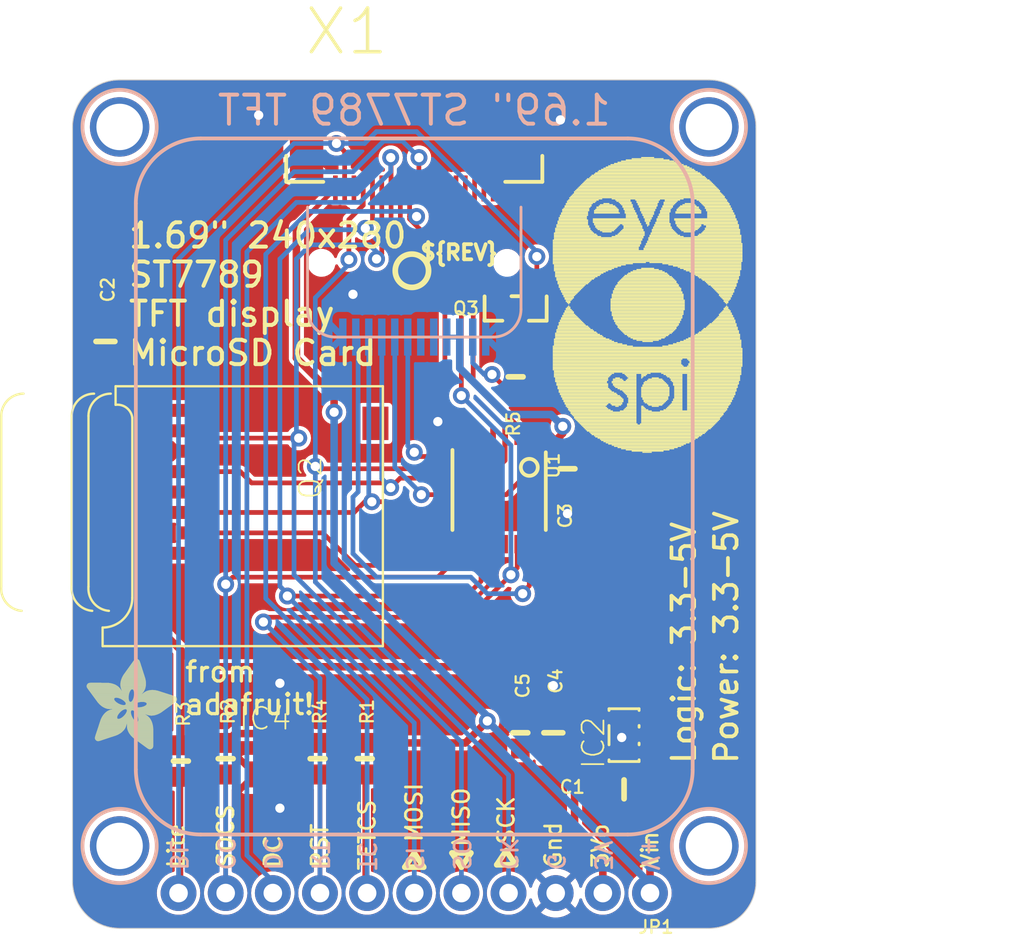
<source format=kicad_pcb>
(kicad_pcb (version 20221018) (generator pcbnew)
  (layers (0 "F.Cu" signal) (1 "In1.Cu" signal) (2 "In2.Cu" signal) (3 "In3.Cu" signal) (4 "In4.Cu" signal) (5 "In5.Cu" signal) (6 "In6.Cu" signal) (7 "In7.Cu" signal) (8 "In8.Cu" signal) (9 "In9.Cu" signal) (10 "In10.Cu" signal) (11 "In11.Cu" signal) (12 "In12.Cu" signal) (13 "In13.Cu" signal) (14 "In14.Cu" signal) (31 "B.Cu" signal) (34 "B.Paste" user) (35 "F.Paste" user) (36 "B.SilkS" user "B.Silkscreen") (37 "F.SilkS" user "F.Silkscreen") (38 "B.Mask" user) (39 "F.Mask" user) (44 "Edge.Cuts" user))
  (net 0 "")
  (net 1 "GND")
  (net 2 "SCK")
  (net 3 "SCK_3V")
  (net 4 "MOSI")
  (net 5 "MOSI_3V")
  (net 6 "MISO")
  (net 7 "+3V3")
  (net 8 "CARDCS")
  (net 9 "CARDCS_3V")
  (net 10 "LEDK")
  (net 11 "LITE")
  (net 12 "TFTDC")
  (net 13 "TFTDC_3V")
  (net 14 "TFTCS_3V")
  (net 15 "TFTCS")
  (net 16 "VIN")
  (net 17 "TFTRST_3V")
  (net 18 "TFTRST")
  (net 19 "N$1")
  (footprint "working:EYE_SPI_DISPLAY_BOTCONTACT" (layer "F.Cu") (at 148.5011 85.3186)
    (fp_text reference "X1")
    (fp_text value "EYE_SPI_DISPLAY_FLIP")
  )
  (footprint "working:0603-NO" (layer "F.Cu") (at 145.8341 118.7196 90)
    (fp_text reference "R1")
    (fp_text value "10K")
  )
  (footprint "working:SOT23-WIDE" (layer "F.Cu") (at 153.9621 94.4626 180)
    (fp_text reference "Q3")
    (fp_text value "BSS138")
  )
  (footprint "working:ADAFRUIT_5MM" (layer "F.Cu") (at 130.8481 118.2116)
    (fp_text reference "U$1" hide)
    (fp_text value "" hide)
  )
  (footprint "working:0603-NO" (layer "F.Cu") (at 135.9281 118.8466 90)
    (fp_text reference "R3")
    (fp_text value "10K")
  )
  (footprint "working:0805-NO" (layer "F.Cu") (at 155.9941 117.3226 90)
    (fp_text reference "C4")
    (fp_text value "10uF")
  )
  (footprint "working:EYESPI_LOGO" (layer "F.Cu") (at 155.8671 102.4636)
    (fp_text reference "U$19" hide)
    (fp_text value "" hide)
  )
  (footprint "working:SOT23" (layer "F.Cu") (at 140.8811 118.4656)
    (fp_text reference "IC4")
    (fp_text value "APX803-SAG")
  )
  (footprint "working:0603-NO" (layer "F.Cu") (at 138.3411 118.7196 90)
    (fp_text reference "R2")
    (fp_text value "10K")
  )
  (footprint "working:0805-NO" (layer "F.Cu") (at 131.8641 96.2406 90)
    (fp_text reference "C2")
    (fp_text value "10uF")
  )
  (footprint "working:0805-NO" (layer "F.Cu") (at 159.8041 120.3706 180)
    (fp_text reference "C1")
    (fp_text value "10uF")
  )
  (footprint "working:SOT23-5L" (layer "F.Cu") (at 159.8041 117.4496 90)
    (fp_text reference "IC2")
    (fp_text value "AP2112")
  )
  (footprint "working:PCBFEAT-REV-040" (layer "F.Cu") (at 148.3741 92.4306 180)
    (fp_text reference "U$2" hide)
    (fp_text value "" hide)
  )
  (footprint "working:FIDUCIAL_1MM" (layer "F.Cu") (at 160.1851 84.4296 -90)
    (fp_text reference "U$4" hide)
    (fp_text value "FIDUCIAL_1MM" hide)
  )
  (footprint "working:FIDUCIAL_1MM" (layer "F.Cu") (at 132.2451 119.3546)
    (fp_text reference "U$5" hide)
    (fp_text value "FIDUCIAL_1MM" hide)
  )
  (footprint "working:TSSOP16" (layer "F.Cu") (at 153.0731 104.2416 180)
    (fp_text reference "U1")
    (fp_text value "74HC4050PWR")
  )
  (footprint "working:0603-NO" (layer "F.Cu") (at 156.7561 103.0986 -90)
    (fp_text reference "C3")
    (fp_text value "0.1uF")
  )
  (footprint "working:0603-NO" (layer "F.Cu") (at 154.2161 117.3226 90)
    (fp_text reference "C5")
    (fp_text value "0.1uF")
  )
  (footprint "working:0603-NO" (layer "F.Cu") (at 143.2941 118.7196 90)
    (fp_text reference "R4")
    (fp_text value "10K")
  )
  (footprint "working:0603-NO" (layer "F.Cu") (at 153.9621 98.1456 -90)
    (fp_text reference "R5")
    (fp_text value "10")
  )
  (footprint "working:MICROSD" (layer "F.Cu") (at 146.8501 98.6536 -90)
    (fp_text reference "Q2")
    (fp_text value "MICROSD" hide)
  )
  (footprint "working:1X11_ROUND_76" (layer "F.Cu") (at 148.5011 125.9586 180)
    (fp_text reference "JP1")
    (fp_text value "")
  )
  (footprint "working:MOUNTINGHOLE_2.5_PLATED" (layer "B.Cu") (at 132.6261 84.6836 -90)
    (fp_text reference "U$8" hide)
    (fp_text value "MOUNTINGHOLE2.5" hide)
  )
  (footprint "working:MOUNTINGHOLE_2.5_PLATED" (layer "B.Cu") (at 132.6261 123.4186 -90)
    (fp_text reference "U$10" hide)
    (fp_text value "MOUNTINGHOLE2.5" hide)
  )
  (footprint "working:MOUNTINGHOLE_2.5_PLATED" (layer "B.Cu") (at 164.3761 123.4186 -90)
    (fp_text reference "U$9" hide)
    (fp_text value "MOUNTINGHOLE2.5" hide)
  )
  (footprint "working:TFT_1.69IN_240X280_12P" (layer "B.Cu") (at 148.5011 105.0036)
    (fp_text reference "DISP1" hide)
    (fp_text value "DISP_LCD_GENERIC_SPI_1.69_WRAPUNDER" hide)
  )
  (footprint "working:MOUNTINGHOLE_2.5_PLATED" (layer "B.Cu") (at 164.3761 84.6836 -90)
    (fp_text reference "U$7" hide)
    (fp_text value "MOUNTINGHOLE2.5" hide)
  )
  (gr_line (start 153.9621 124.4346) (end 152.9461 124.4346) (stroke (width 0.3048)) (layer "F.SilkS"))
  (gr_line (start 152.9461 124.4346) (end 153.4541 123.6726) (stroke (width 0.3048)) (layer "F.SilkS"))
  (gr_line (start 150.5331 123.7996) (end 151.0411 124.5616) (stroke (width 0.3048)) (layer "F.SilkS"))
  (gr_line (start 149.0091 124.5616) (end 147.9931 124.5616) (stroke (width 0.3048)) (layer "F.SilkS"))
  (gr_line (start 151.5491 123.7996) (end 150.5331 123.7996) (stroke (width 0.3048)) (layer "F.SilkS"))
  (gr_line (start 153.4541 123.6726) (end 153.9621 124.4346) (stroke (width 0.3048)) (layer "F.SilkS"))
  (gr_line (start 151.0411 124.5616) (end 151.5491 123.7996) (stroke (width 0.3048)) (layer "F.SilkS"))
  (gr_line (start 148.5011 123.7996) (end 149.0091 124.5616) (stroke (width 0.3048)) (layer "F.SilkS"))
  (gr_line (start 147.9931 124.5616) (end 148.5011 123.7996) (stroke (width 0.3048)) (layer "F.SilkS"))
  (gr_line (start 166.9161 125.3236) (end 166.9161 84.6836) (stroke (width 0.05)) (layer "Edge.Cuts"))
  (gr_line (start 164.3761 82.1436) (end 132.6261 82.1436) (stroke (width 0.05)) (layer "Edge.Cuts"))
  (gr_line (start 130.0861 84.6836) (end 130.0861 125.3236) (stroke (width 0.05)) (layer "Edge.Cuts"))
  (gr_arc (start 164.3761 82.1436) (mid 166.172151 82.887549) (end 166.9161 84.6836) (stroke (width 0.05)) (layer "Edge.Cuts"))
  (gr_line (start 132.6261 127.8636) (end 164.3761 127.8636) (stroke (width 0.05)) (layer "Edge.Cuts"))
  (gr_arc (start 132.6261 127.8636) (mid 130.830049 127.119651) (end 130.0861 125.3236) (stroke (width 0.05)) (layer "Edge.Cuts"))
  (gr_arc (start 130.0861 84.6836) (mid 130.830049 82.887549) (end 132.6261 82.1436) (stroke (width 0.05)) (layer "Edge.Cuts"))
  (gr_arc (start 166.9161 125.3236) (mid 166.172151 127.119651) (end 164.3761 127.8636) (stroke (width 0.05)) (layer "Edge.Cuts"))
  (gr_text "BL" (at 135.8011 124.8156 -90) (layer "B.SilkS") (effects (font (size 0.87376 0.87376) (thickness 0.14224)) (justify left mirror)))
  (gr_text "RT" (at 143.4211 124.8156 -90) (layer "B.SilkS") (effects (font (size 0.87376 0.87376) (thickness 0.14224)) (justify left mirror)))
  (gr_text "CK" (at 153.5811 124.8156 -90) (layer "B.SilkS") (effects (font (size 0.87376 0.87376) (thickness 0.14224)) (justify left mirror)))
  (gr_text "CC" (at 138.3411 124.8156 -90) (layer "B.SilkS") (effects (font (size 0.87376 0.87376) (thickness 0.14224)) (justify left mirror)))
  (gr_text "SO" (at 151.0411 124.8156 -90) (layer "B.SilkS") (effects (font (size 0.87376 0.87376) (thickness 0.14224)) (justify left mirror)))
  (gr_text "DC" (at 140.8811 124.8156 -90) (layer "B.SilkS") (effects (font (size 0.87376 0.87376) (thickness 0.14224)) (justify left mirror)))
  (gr_text "G" (at 156.1211 124.8156 -90) (layer "B.SilkS") (effects (font (size 0.87376 0.87376) (thickness 0.14224)) (justify left mirror)))
  (gr_text "V+" (at 161.2011 124.8156 -90) (layer "B.SilkS") (effects (font (size 0.87376 0.87376) (thickness 0.14224)) (justify left mirror)))
  (gr_text "3V" (at 158.6611 124.8156 -90) (layer "B.SilkS") (effects (font (size 0.87376 0.87376) (thickness 0.14224)) (justify left mirror)))
  (gr_text "SI" (at 148.5011 124.8156 -90) (layer "B.SilkS") (effects (font (size 0.87376 0.87376) (thickness 0.14224)) (justify left mirror)))
  (gr_text "1.69\" ST7789 TFT" (at 148.5011 83.7946) (layer "B.SilkS") (effects (font (size 1.56464 1.56464) (thickness 0.21336)) (justify mirror)))
  (gr_text "TC" (at 145.9611 124.8156 -90) (layer "B.SilkS") (effects (font (size 0.87376 0.87376) (thickness 0.14224)) (justify left mirror)))
  (gr_text "from\nadafruit!" (at 136.0551 116.4336) (layer "F.SilkS") (effects (font (size 1.0922 1.0922) (thickness 0.1778)) (justify left bottom)))
  (gr_text "MOSI" (at 149.0091 123.2916 90) (layer "F.SilkS") (effects (font (size 0.87376 0.87376) (thickness 0.14224)) (justify left bottom)))
  (gr_text "1.69\" 240x280\nST7789\nTFT display\nMicroSD Card" (at 133.0071 93.7006) (layer "F.SilkS") (effects (font (size 1.31064 1.31064) (thickness 0.21336)) (justify left)))
  (gr_text "3Vo" (at 159.0421 124.6886 90) (layer "F.SilkS") (effects (font (size 0.87376 0.87376) (thickness 0.14224)) (justify left bottom)))
  (gr_text "Power: 3.3-5V" (at 166.0271 119.1006 90) (layer "F.SilkS") (effects (font (size 1.223264 1.223264) (thickness 0.199136)) (justify left bottom)))
  (gr_text "MISO" (at 151.5491 123.5456 90) (layer "F.SilkS") (effects (font (size 0.87376 0.87376) (thickness 0.14224)) (justify left bottom)))
  (gr_text "RST" (at 143.9291 124.6886 90) (layer "F.SilkS") (effects (font (size 0.87376 0.87376) (thickness 0.14224)) (justify left bottom)))
  (gr_text "SDCS" (at 138.3411 124.6886 90) (layer "F.SilkS") (effects (font (size 0.87376 0.87376) (thickness 0.14224)) (justify left)))
  (gr_text "Logic: 3.3-5V" (at 163.7411 119.1006 90) (layer "F.SilkS") (effects (font (size 1.223264 1.223264) (thickness 0.199136)) (justify left bottom)))
  (gr_text "DC" (at 141.3891 124.6886 90) (layer "F.SilkS") (effects (font (size 0.87376 0.87376) (thickness 0.14224)) (justify left bottom)))
  (gr_text "TFTCS" (at 145.4531 124.8156 90) (layer "F.SilkS") (effects (font (size 0.87376 0.87376) (thickness 0.14224)) (justify left top)))
  (gr_text "Gnd" (at 156.5021 124.6886 90) (layer "F.SilkS") (effects (font (size 0.87376 0.87376) (thickness 0.14224)) (justify left bottom)))
  (gr_text "Vin" (at 161.7091 124.6886 90) (layer "F.SilkS") (effects (font (size 0.87376 0.87376) (thickness 0.14224)) (justify left bottom)))
  (gr_text "Lite" (at 136.1821 124.6886 90) (layer "F.SilkS") (effects (font (size 0.87376 0.87376) (thickness 0.14224)) (justify left bottom)))
  (gr_text "SCK" (at 153.9621 123.4186 90) (layer "F.SilkS") (effects (font (size 0.87376 0.87376) (thickness 0.14224)) (justify left bottom)))
  (via (at 141.2621 114.6556) (size 0.9064) (drill 0.5) (layers "F.Cu" "B.Cu") (net 1))
  (via (at 159.6771 117.5766) (size 0.9064) (drill 0.5) (layers "F.Cu" "B.Cu") (net 1))
  (via (at 149.7711 100.5586) (size 0.9064) (drill 0.5) (layers "F.Cu" "B.Cu") (net 1))
  (via (at 156.7561 105.5116) (size 0.9064) (drill 0.5) (layers "F.Cu" "B.Cu") (net 1))
  (via (at 140.1191 84.0486) (size 0.9064) (drill 0.5) (layers "F.Cu" "B.Cu") (net 1))
  (via (at 141.2621 121.3866) (size 0.9064) (drill 0.5) (layers "F.Cu" "B.Cu") (net 1))
  (via (at 156.3751 84.3026) (size 0.9064) (drill 0.5) (layers "F.Cu" "B.Cu") (net 1))
  (via (at 155.9941 114.7826) (size 0.9064) (drill 0.5) (layers "F.Cu" "B.Cu") (net 1))
  (via (at 145.1991 93.7006) (size 0.9064) (drill 0.5) (layers "F.Cu" "B.Cu") (net 1))
  (segment (start 152.7481 101.3238) (end 152.7481 102.6362) (width 0.254) (layer "F.Cu") (net 2))
  (segment (start 145.7511 88.901625) (end 145.7511 87.9966) (width 0.254) (layer "F.Cu") (net 2))
  (segment (start 145.7511 88.901625) (end 144.9785 89.674225) (width 0.254) (layer "F.Cu") (net 2))
  (segment (start 143.2981 103.0986) (end 143.1711 102.9716) (width 0.254) (layer "F.Cu") (net 2))
  (segment (start 152.7481 102.6362) (end 152.2857 103.0986) (width 0.254) (layer "F.Cu") (net 2))
  (segment (start 152.2857 103.0986) (end 143.2981 103.0986) (width 0.254) (layer "F.Cu") (net 2))
  (segment (start 144.9785 91.833225) (end 144.9785 89.674225) (width 0.254) (layer "F.Cu") (net 2))
  (via (at 143.1711 102.9716) (size 0.9064) (drill 0.5) (layers "F.Cu" "B.Cu") (net 2))
  (via (at 144.9785 91.833225) (size 0.9064) (drill 0.5) (layers "F.Cu" "B.Cu") (net 2))
  (segment (start 143.1711 102.9716) (end 143.1711 109.1986) (width 0.254) (layer "B.Cu") (net 2))
  (segment (start 143.1711 102.9716) (end 143.1711 93.883863) (width 0.254) (layer "B.Cu") (net 2))
  (segment (start 143.1711 93.883863) (end 144.9785 92.076463) (width 0.254) (layer "B.Cu") (net 2))
  (segment (start 144.9785 92.076463) (end 144.9785 91.833225) (width 0.254) (layer "B.Cu") (net 2))
  (segment (start 143.1711 109.1986) (end 153.5811 119.6086) (width 0.254) (layer "B.Cu") (net 2))
  (segment (start 153.5811 119.6086) (end 153.5811 125.9586) (width 0.254) (layer "B.Cu") (net 2))
  (segment (start 152.4381 103.6066) (end 147.7391 103.6066) (width 0.254) (layer "F.Cu") (net 3))
  (segment (start 139.7381 103.8606) (end 139.1311 103.2536) (width 0.254) (layer "F.Cu") (net 3))
  (segment (start 147.2311 104.1146) (end 147.7391 103.6066) (width 0.254) (layer "F.Cu") (net 3))
  (segment (start 153.3981 102.6466) (end 152.4381 103.6066) (width 0.254) (layer "F.Cu") (net 3))
  (segment (start 153.3981 101.3238) (end 153.3981 102.6466) (width 0.254) (layer "F.Cu") (net 3))
  (segment (start 147.2311 104.1146) (end 146.9771 103.8606) (width 0.254) (layer "F.Cu") (net 3))
  (segment (start 136.2101 103.2536) (end 139.1311 103.2536) (width 0.254) (layer "F.Cu") (net 3))
  (segment (start 146.9771 103.8606) (end 139.7381 103.8606) (width 0.254) (layer "F.Cu") (net 3))
  (via (at 147.2311 104.1146) (size 0.9064) (drill 0.5) (layers "F.Cu" "B.Cu") (net 3))
  (segment (start 146.7511 103.6346) (end 147.2311 104.1146) (width 0.254) (layer "B.Cu") (net 3))
  (segment (start 146.7511 96.0036) (end 146.7511 103.6346) (width 0.254) (layer "B.Cu") (net 3))
  (segment (start 146.2511 89.7596) (end 146.2511 87.9966) (width 0.254) (layer "F.Cu") (net 4))
  (segment (start 146.2511 89.7596) (end 145.8661 90.1446) (width 0.254) (layer "F.Cu") (net 4))
  (segment (start 151.2951 109.9566) (end 141.6645 109.9566) (width 0.254) (layer "F.Cu") (net 4))
  (segment (start 152.0981 109.1536) (end 151.2951 109.9566) (width 0.254) (layer "F.Cu") (net 4))
  (segment (start 152.0981 107.1594) (end 152.0981 109.1536) (width 0.254) (layer "F.Cu") (net 4))
  (via (at 145.8661 90.1446) (size 0.9064) (drill 0.5) (layers "F.Cu" "B.Cu") (net 4))
  (via (at 141.6645 109.9566) (size 0.9064) (drill 0.5) (layers "F.Cu" "B.Cu") (net 4))
  (segment (start 145.7899 90.2208) (end 142.8369 90.2208) (width 0.254) (layer "B.Cu") (net 4))
  (segment (start 141.6645 109.8296) (end 141.2621 109.4272) (width 0.254) (layer "B.Cu") (net 4))
  (segment (start 141.6645 109.9566) (end 148.5011 116.7932) (width 0.254) (layer "B.Cu") (net 4))
  (segment (start 145.8661 90.1446) (end 145.7899 90.2208) (width 0.254) (layer "B.Cu") (net 4))
  (segment (start 141.6645 109.9566) (end 141.6645 109.8296) (width 0.254) (layer "B.Cu") (net 4))
  (segment (start 141.2621 109.4272) (end 141.2621 91.7956) (width 0.254) (layer "B.Cu") (net 4))
  (segment (start 148.5011 116.7932) (end 148.5011 125.9586) (width 0.254) (layer "B.Cu") (net 4))
  (segment (start 141.2621 91.7956) (end 142.8369 90.2208) (width 0.254) (layer "B.Cu") (net 4))
  (segment (start 152.0571 105.3846) (end 147.4851 105.3846) (width 0.254) (layer "F.Cu") (net 5))
  (segment (start 152.7481 106.0756) (end 152.7481 107.1594) (width 0.254) (layer "F.Cu") (net 5))
  (segment (start 147.4851 105.3846) (end 146.9771 104.8766) (width 0.254) (layer "F.Cu") (net 5))
  (segment (start 145.2571 105.4536) (end 145.8341 104.8766) (width 0.254) (layer "F.Cu") (net 5))
  (segment (start 145.8341 104.8766) (end 146.2151 104.8766) (width 0.254) (layer "F.Cu") (net 5))
  (segment (start 136.2101 105.4536) (end 145.2571 105.4536) (width 0.254) (layer "F.Cu") (net 5))
  (segment (start 152.0571 105.3846) (end 152.7481 106.0756) (width 0.254) (layer "F.Cu") (net 5))
  (segment (start 146.2151 104.8766) (end 146.9771 104.8766) (width 0.254) (layer "F.Cu") (net 5))
  (via (at 146.2151 104.8766) (size 0.9064) (drill 0.5) (layers "F.Cu" "B.Cu") (net 5))
  (segment (start 146.0511 96.0036) (end 146.0511 104.7126) (width 0.254) (layer "B.Cu") (net 5))
  (segment (start 146.2151 104.8766) (end 146.0511 104.7126) (width 0.254) (layer "B.Cu") (net 5))
  (segment (start 136.6041 101.4476) (end 136.2101 101.0536) (width 0.254) (layer "F.Cu") (net 6))
  (segment (start 146.7511 87.9966) (end 146.7511 91.5136) (width 0.254) (layer "F.Cu") (net 6))
  (segment (start 142.2781 101.4476) (end 136.6041 101.4476) (width 0.254) (layer "F.Cu") (net 6))
  (segment (start 146.7511 91.5136) (end 146.4691 91.7956) (width 0.254) (layer "F.Cu") (net 6))
  (via (at 142.2781 101.4476) (size 0.9064) (drill 0.5) (layers "F.Cu" "B.Cu") (net 6))
  (via (at 146.4691 91.7956) (size 0.9064) (drill 0.5) (layers "F.Cu" "B.Cu") (net 6))
  (segment (start 142.1511 91.7956) (end 142.1511 101.3206) (width 0.254) (layer "B.Cu") (net 6))
  (segment (start 142.2781 101.4476) (end 142.0241 101.7016) (width 0.254) (layer "B.Cu") (net 6))
  (segment (start 146.4691 91.4146) (end 146.0881 91.0336) (width 0.254) (layer "B.Cu") (net 6))
  (segment (start 146.4691 91.7956) (end 146.4691 91.4146) (width 0.254) (layer "B.Cu") (net 6))
  (segment (start 142.0241 108.8136) (end 151.0411 117.8306) (width 0.254) (layer "B.Cu") (net 6))
  (segment (start 142.9131 91.0336) (end 142.1511 91.7956) (width 0.254) (layer "B.Cu") (net 6))
  (segment (start 142.0241 101.7016) (end 142.0241 108.8136) (width 0.254) (layer "B.Cu") (net 6))
  (segment (start 142.1511 101.3206) (end 142.2781 101.4476) (width 0.254) (layer "B.Cu") (net 6))
  (segment (start 151.0411 117.8306) (end 151.0411 125.9586) (width 0.254) (layer "B.Cu") (net 6))
  (segment (start 146.0881 91.0336) (end 142.9131 91.0336) (width 0.254) (layer "B.Cu") (net 6))
  (segment (start 158.6611 123.9266) (end 157.1371 122.4026) (width 0.4064) (layer "F.Cu") (net 7))
  (segment (start 157.7721 113.3856) (end 157.7721 102.5906) (width 0.4064) (layer "F.Cu") (net 7))
  (segment (start 157.2641 113.7666) (end 136.8171 113.7666) (width 0.4064) (layer "F.Cu") (net 7))
  (segment (start 135.0241 104.3536) (end 135.8101 104.3536) (width 0.4064) (layer "F.Cu") (net 7))
  (segment (start 157.4301 102.2486) (end 156.7561 102.2486) (width 0.4064) (layer "F.Cu") (net 7))
  (segment (start 155.9941 118.2726) (end 157.1371 118.2726) (width 0.4064) (layer "F.Cu") (net 7))
  (segment (start 155.8313 101.3238) (end 156.1016 101.5941) (width 0.4064) (layer "F.Cu") (net 7))
  (segment (start 157.2641 113.7666) (end 157.3911 113.8936) (width 0.254) (layer "F.Cu") (net 7))
  (segment (start 133.7691 110.7186) (end 133.7691 103.0986) (width 0.4064) (layer "F.Cu") (net 7))
  (segment (start 155.8941 118.1726) (end 155.9941 118.2726) (width 0.254) (layer "F.Cu") (net 7))
  (segment (start 158.3771 118.2726) (end 158.5041 118.3996) (width 0.254) (layer "F.Cu") (net 7))
  (segment (start 157.1371 118.2726) (end 157.3911 118.2726) (width 0.4064) (layer "F.Cu") (net 7))
  (segment (start 154.2161 118.1726) (end 155.8941 118.1726) (width 0.4064) (layer "F.Cu") (net 7))
  (segment (start 136.8171 113.7666) (end 135.9281 112.8776) (width 0.4064) (layer "F.Cu") (net 7))
  (segment (start 155.3481 101.3238) (end 155.8313 101.3238) (width 0.4064) (layer "F.Cu") (net 7))
  (segment (start 157.1371 118.2726) (end 157.1371 122.4026) (width 0.4064) (layer "F.Cu") (net 7))
  (segment (start 133.7691 103.0376) (end 133.7691 103.0986) (width 0.4064) (layer "F.Cu") (net 7))
  (segment (start 157.7721 102.5906) (end 157.4301 102.2486) (width 0.4064) (layer "F.Cu") (net 7))
  (segment (start 135.9281 117.9966) (end 135.9281 112.8776) (width 0.4064) (layer "F.Cu") (net 7))
  (segment (start 133.7691 103.0376) (end 131.8641 101.1326) (width 0.4064) (layer "F.Cu") (net 7))
  (segment (start 157.3911 113.7666) (end 157.7721 113.3856) (width 0.4064) (layer "F.Cu") (net 7))
  (segment (start 157.3911 113.8936) (end 157.3911 113.7666) (width 0.254) (layer "F.Cu") (net 7))
  (segment (start 133.7691 103.0986) (end 135.0241 104.3536) (width 0.4064) (layer "F.Cu") (net 7))
  (segment (start 157.3911 118.2726) (end 158.3771 118.2726) (width 0.4064) (layer "F.Cu") (net 7))
  (segment (start 156.1016 101.5941) (end 156.7561 102.2486) (width 0.4064) (layer "F.Cu") (net 7))
  (segment (start 158.6611 123.9266) (end 158.6611 125.9586) (width 0.4064) (layer "F.Cu") (net 7))
  (segment (start 156.5021 101.1936) (end 156.1016 101.5941) (width 0.4064) (layer "F.Cu") (net 7))
  (segment (start 131.8641 97.1906) (end 131.8641 101.1326) (width 0.4064) (layer "F.Cu") (net 7))
  (segment (start 156.5021 100.8126) (end 156.5021 101.1936) (width 0.254) (layer "F.Cu") (net 7))
  (segment (start 135.9281 112.8776) (end 133.7691 110.7186) (width 0.4064) (layer "F.Cu") (net 7))
  (segment (start 157.3911 118.2726) (end 157.3911 113.8936) (width 0.4064) (layer "F.Cu") (net 7))
  (via (at 156.5021 100.8126) (size 0.9064) (drill 0.5) (layers "F.Cu" "B.Cu") (net 7))
  (segment (start 155.8671 100.1776) (end 156.5021 100.8126) (width 0.4064) (layer "B.Cu") (net 7))
  (segment (start 150.9511 97.6746) (end 150.9511 96.0036) (width 0.4064) (layer "B.Cu") (net 7))
  (segment (start 153.4541 100.1776) (end 150.9511 97.6746) (width 0.4064) (layer "B.Cu") (net 7))
  (segment (start 150.9511 96.0036) (end 150.2511 96.0036) (width 0.254) (layer "B.Cu") (net 7))
  (segment (start 155.8671 100.1776) (end 153.4541 100.1776) (width 0.4064) (layer "B.Cu") (net 7))
  (segment (start 150.7981 107.9136) (end 149.7711 108.9406) (width 0.254) (layer "F.Cu") (net 8))
  (segment (start 150.7981 107.1594) (end 150.7981 107.9136) (width 0.254) (layer "F.Cu") (net 8))
  (segment (start 149.7711 108.9406) (end 138.7221 108.9406) (width 0.254) (layer "F.Cu") (net 8))
  (segment (start 148.7551 86.3346) (end 148.7511 86.3386) (width 0.254) (layer "F.Cu") (net 8))
  (segment (start 138.3411 125.9586) (end 138.3411 119.5696) (width 0.254) (layer "F.Cu") (net 8))
  (segment (start 148.7511 86.3386) (end 148.7511 87.9966) (width 0.254) (layer "F.Cu") (net 8))
  (segment (start 138.7221 108.9406) (end 138.3411 109.3216) (width 0.254) (layer "F.Cu") (net 8))
  (via (at 138.3411 109.3216) (size 0.9064) (drill 0.5) (layers "F.Cu" "B.Cu") (net 8))
  (via (at 148.7551 86.3346) (size 0.9064) (drill 0.5) (layers "F.Cu" "B.Cu") (net 8))
  (segment (start 147.8661 85.4456) (end 146.8501 85.4456) (width 0.254) (layer "B.Cu") (net 8))
  (segment (start 138.3411 109.3216) (end 138.3411 90.7796) (width 0.254) (layer "B.Cu") (net 8))
  (segment (start 142.0241 87.0966) (end 145.1991 87.0966) (width 0.254) (layer "B.Cu") (net 8))
  (segment (start 145.1991 87.0966) (end 146.8501 85.4456) (width 0.254) (layer "B.Cu") (net 8))
  (segment (start 138.3411 109.3216) (end 138.3411 125.9586) (width 0.254) (layer "B.Cu") (net 8))
  (segment (start 147.8661 85.4456) (end 148.7551 86.3346) (width 0.254) (layer "B.Cu") (net 8))
  (segment (start 138.3411 90.7796) (end 142.0241 87.0966) (width 0.254) (layer "B.Cu") (net 8))
  (segment (start 151.4481 106.4266) (end 151.4481 107.1594) (width 0.254) (layer "F.Cu") (net 9))
  (segment (start 150.2791 106.0196) (end 151.0411 106.0196) (width 0.254) (layer "F.Cu") (net 9))
  (segment (start 143.5741 106.5536) (end 145.3261 108.3056) (width 0.254) (layer "F.Cu") (net 9))
  (segment (start 149.8981 106.4006) (end 150.2791 106.0196) (width 0.254) (layer "F.Cu") (net 9))
  (segment (start 149.1361 108.3056) (end 149.8981 107.5436) (width 0.254) (layer "F.Cu") (net 9))
  (segment (start 136.6101 106.5536) (end 143.5741 106.5536) (width 0.254) (layer "F.Cu") (net 9))
  (segment (start 145.3261 108.3056) (end 149.1361 108.3056) (width 0.254) (layer "F.Cu") (net 9))
  (segment (start 151.0411 106.0196) (end 151.4481 106.4266) (width 0.254) (layer "F.Cu") (net 9))
  (segment (start 149.8981 107.5436) (end 149.8981 106.4006) (width 0.254) (layer "F.Cu") (net 9))
  (segment (start 153.9621 98.9956) (end 153.9621 98.7806) (width 0.254) (layer "F.Cu") (net 10))
  (segment (start 152.6921 98.0186) (end 153.4541 98.7806) (width 0.254) (layer "F.Cu") (net 10))
  (segment (start 153.9621 98.7806) (end 153.4541 98.7806) (width 0.254) (layer "F.Cu") (net 10))
  (via (at 152.6921 98.0186) (size 0.9064) (drill 0.5) (layers "F.Cu" "B.Cu") (net 10))
  (segment (start 152.6921 98.0186) (end 152.2691 98.0186) (width 0.254) (layer "B.Cu") (net 10))
  (segment (start 151.6511 96.0036) (end 151.6511 97.4006) (width 0.254) (layer "B.Cu") (net 10))
  (segment (start 152.2691 98.0186) (end 151.6511 97.4006) (width 0.254) (layer "B.Cu") (net 10))
  (segment (start 154.9121 93.4626) (end 155.1051 93.4626) (width 0.254) (layer "F.Cu") (net 11))
  (segment (start 135.9281 119.6966) (end 135.9281 125.8316) (width 0.254) (layer "F.Cu") (net 11))
  (segment (start 144.7511 86.0136) (end 144.3101 85.5726) (width 0.254) (layer "F.Cu") (net 11))
  (segment (start 144.7511 87.9966) (end 144.7511 86.0136) (width 0.254) (layer "F.Cu") (net 11))
  (segment (start 135.9281 125.8316) (end 135.8011 125.9586) (width 0.254) (layer "F.Cu") (net 11))
  (segment (start 155.1051 91.6686) (end 155.1051 93.4626) (width 0.254) (layer "F.Cu") (net 11))
  (via (at 144.3101 85.5726) (size 0.9064) (drill 0.5) (layers "F.Cu" "B.Cu") (net 11))
  (via (at 155.1051 91.6686) (size 0.9064) (drill 0.5) (layers "F.Cu" "B.Cu") (net 11))
  (segment (start 135.8011 91.7956) (end 135.8011 125.9586) (width 0.254) (layer "B.Cu") (net 11))
  (segment (start 155.1051 91.4146) (end 148.6281 84.9376) (width 0.254) (layer "B.Cu") (net 11))
  (segment (start 142.0241 85.5726) (end 135.8011 91.7956) (width 0.254) (layer "B.Cu") (net 11))
  (segment (start 148.6281 84.9376) (end 146.457518 84.9376) (width 0.254) (layer "B.Cu") (net 11))
  (segment (start 145.822518 85.5726) (end 144.3101 85.5726) (width 0.254) (layer "B.Cu") (net 11))
  (segment (start 155.1051 91.6686) (end 155.1051 91.4146) (width 0.254) (layer "B.Cu") (net 11))
  (segment (start 146.457518 84.9376) (end 145.822518 85.5726) (width 0.254) (layer "B.Cu") (net 11))
  (segment (start 144.3101 85.5726) (end 142.0241 85.5726) (width 0.254) (layer "B.Cu") (net 11))
  (segment (start 147.2511 90.1646) (end 150.1521 93.0656) (width 0.254) (layer "F.Cu") (net 12))
  (segment (start 147.2511 86.7266) (end 147.2511 87.9966) (width 0.254) (layer "F.Cu") (net 12))
  (segment (start 151.4481 100.8386) (end 151.4481 101.3238) (width 0.254) (layer "F.Cu") (net 12))
  (segment (start 147.2511 86.7266) (end 147.2311 86.7066) (width 0.254) (layer "F.Cu") (net 12))
  (segment (start 147.2511 87.9966) (end 147.2511 90.1646) (width 0.254) (layer "F.Cu") (net 12))
  (segment (start 147.2311 86.3346) (end 147.2311 86.7066) (width 0.254) (layer "F.Cu") (net 12))
  (segment (start 150.1521 99.5426) (end 151.4481 100.8386) (width 0.254) (layer "F.Cu") (net 12))
  (segment (start 150.1521 93.0656) (end 150.1521 99.5426) (width 0.254) (layer "F.Cu") (net 12))
  (via (at 147.2311 86.3346) (size 0.9064) (drill 0.5) (layers "F.Cu" "B.Cu") (net 12))
  (segment (start 142.1511 88.7476) (end 139.4841 91.4146) (width 0.254) (layer "B.Cu") (net 12))
  (segment (start 139.4841 123.9266) (end 141.0081 125.4506) (width 0.254) (layer "B.Cu") (net 12))
  (segment (start 141.0081 125.4506) (end 141.0081 125.8316) (width 0.254) (layer "B.Cu") (net 12))
  (segment (start 141.0081 125.8316) (end 140.8811 125.9586) (width 0.254) (layer "B.Cu") (net 12))
  (segment (start 145.5801 88.7476) (end 142.1511 88.7476) (width 0.254) (layer "B.Cu") (net 12))
  (segment (start 147.2311 87.0966) (end 147.2311 86.3346) (width 0.254) (layer "B.Cu") (net 12))
  (segment (start 139.4841 91.4146) (end 139.4841 123.9266) (width 0.254) (layer "B.Cu") (net 12))
  (segment (start 147.2311 87.0966) (end 145.5801 88.7476) (width 0.254) (layer "B.Cu") (net 12))
  (segment (start 152.0981 102.2956) (end 152.0981 101.3238) (width 0.254) (layer "F.Cu") (net 13))
  (segment (start 148.7293 102.4382) (end 151.9555 102.4382) (width 0.254) (layer "F.Cu") (net 13))
  (segment (start 148.5011 102.21) (end 148.7293 102.4382) (width 0.254) (layer "F.Cu") (net 13))
  (segment (start 151.9555 102.4382) (end 152.0981 102.2956) (width 0.254) (layer "F.Cu") (net 13))
  (via (at 148.5011 102.21) (size 0.9064) (drill 0.5) (layers "F.Cu" "B.Cu") (net 13))
  (segment (start 148.1511 101.86) (end 148.5011 102.21) (width 0.254) (layer "B.Cu") (net 13))
  (segment (start 148.1511 96.0036) (end 148.1511 101.86) (width 0.254) (layer "B.Cu") (net 13))
  (segment (start 148.8821 104.4956) (end 153.4541 104.4956) (width 0.254) (layer "F.Cu") (net 14))
  (segment (start 154.6981 103.2516) (end 154.6981 101.3238) (width 0.254) (layer "F.Cu") (net 14))
  (segment (start 153.4541 104.4956) (end 154.6981 103.2516) (width 0.254) (layer "F.Cu") (net 14))
  (via (at 148.8821 104.4956) (size 0.9064) (drill 0.5) (layers "F.Cu" "B.Cu") (net 14))
  (segment (start 147.4511 103.008625) (end 148.8821 104.439625) (width 0.254) (layer "B.Cu") (net 14))
  (segment (start 147.4511 96.0036) (end 147.4511 103.008625) (width 0.254) (layer "B.Cu") (net 14))
  (segment (start 148.8821 104.439625) (end 148.8821 104.4956) (width 0.254) (layer "B.Cu") (net 14))
  (segment (start 145.8341 119.5696) (end 145.8341 125.8316) (width 0.254) (layer "F.Cu") (net 15))
  (segment (start 154.0481 100.7716) (end 154.0481 101.3238) (width 0.254) (layer "F.Cu") (net 15))
  (segment (start 148.6281 89.5096) (end 148.2511 89.5096) (width 0.254) (layer "F.Cu") (net 15))
  (segment (start 151.6761 98.3996) (end 154.0481 100.7716) (width 0.254) (layer "F.Cu") (net 15))
  (segment (start 148.2511 89.6406) (end 151.6761 93.0656) (width 0.254) (layer "F.Cu") (net 15))
  (segment (start 148.2511 87.9966) (end 148.2511 89.5096) (width 0.254) (layer "F.Cu") (net 15))
  (segment (start 145.8341 125.8316) (end 145.9611 125.9586) (width 0.254) (layer "F.Cu") (net 15))
  (segment (start 148.2511 89.5096) (end 148.2511 89.6406) (width 0.254) (layer "F.Cu") (net 15))
  (segment (start 151.6761 93.0656) (end 151.6761 98.3996) (width 0.254) (layer "F.Cu") (net 15))
  (via (at 148.6281 89.5096) (size 0.9064) (drill 0.5) (layers "F.Cu" "B.Cu") (net 15))
  (segment (start 142.8075 89.2342) (end 140.5001 91.5416) (width 0.254) (layer "B.Cu") (net 15))
  (segment (start 142.8075 89.2342) (end 148.3527 89.2342) (width 0.254) (layer "B.Cu") (net 15))
  (segment (start 145.9611 115.5446) (end 145.9611 125.9586) (width 0.254) (layer "B.Cu") (net 15))
  (segment (start 140.5001 91.5416) (end 140.5001 110.0836) (width 0.254) (layer "B.Cu") (net 15))
  (segment (start 148.3527 89.2342) (end 148.6281 89.5096) (width 0.254) (layer "B.Cu") (net 15))
  (segment (start 140.5001 110.0836) (end 145.9611 115.5446) (width 0.254) (layer "B.Cu") (net 15))
  (segment (start 161.2011 120.8176) (end 161.2011 125.9586) (width 0.4064) (layer "F.Cu") (net 16))
  (segment (start 161.1041 118.3996) (end 162.1561 118.3996) (width 0.4064) (layer "F.Cu") (net 16))
  (segment (start 151.2561 117.8696) (end 145.8341 117.8696) (width 0.4064) (layer "F.Cu") (net 16))
  (segment (start 142.1511 90.0966) (end 142.1511 97.1296) (width 0.4064) (layer "F.Cu") (net 16))
  (segment (start 138.8451 117.3656) (end 140.8811 117.3656) (width 0.4064) (layer "F.Cu") (net 16))
  (segment (start 162.3441 118.2116) (end 162.3441 116.8146) (width 0.4064) (layer "F.Cu") (net 16))
  (segment (start 142.1511 97.1296) (end 144.1831 99.1616) (width 0.4064) (layer "F.Cu") (net 16))
  (segment (start 160.7541 120.3706) (end 160.7541 118.7496) (width 0.4064) (layer "F.Cu") (net 16))
  (segment (start 162.3441 116.8146) (end 162.0291 116.4996) (width 0.4064) (layer "F.Cu") (net 16))
  (segment (start 144.1831 99.1616) (end 144.1831 100.0506) (width 0.4064) (layer "F.Cu") (net 16))
  (segment (start 160.7541 120.3706) (end 161.2011 120.8176) (width 0.4064) (layer "F.Cu") (net 16))
  (segment (start 145.8341 117.8696) (end 143.2941 117.8696) (width 0.4064) (layer "F.Cu") (net 16))
  (segment (start 160.7541 118.7496) (end 161.1041 118.3996) (width 0.254) (layer "F.Cu") (net 16))
  (segment (start 162.0291 116.4996) (end 161.1041 116.4996) (width 0.4064) (layer "F.Cu") (net 16))
  (segment (start 144.2511 87.9966) (end 142.1511 90.0966) (width 0.254) (layer "F.Cu") (net 16))
  (segment (start 162.1561 118.3996) (end 162.3441 118.2116) (width 0.4064) (layer "F.Cu") (net 16))
  (segment (start 138.3411 117.8696) (end 138.8451 117.3656) (width 0.4064) (layer "F.Cu") (net 16))
  (segment (start 152.4381 116.6876) (end 151.2561 117.8696) (width 0.4064) (layer "F.Cu") (net 16))
  (segment (start 140.8811 117.3656) (end 142.7901 117.3656) (width 0.4064) (layer "F.Cu") (net 16))
  (segment (start 142.7901 117.3656) (end 143.2941 117.8696) (width 0.4064) (layer "F.Cu") (net 16))
  (via (at 144.1831 100.0506) (size 0.9064) (drill 0.5) (layers "F.Cu" "B.Cu") (net 16))
  (via (at 152.4381 116.6876) (size 0.9064) (drill 0.5) (layers "F.Cu" "B.Cu") (net 16))
  (segment (start 161.2011 125.4506) (end 161.2011 125.9586) (width 0.254) (layer "B.Cu") (net 16))
  (segment (start 144.1831 100.0506) (end 144.1831 108.1786) (width 0.4064) (layer "B.Cu") (net 16))
  (segment (start 144.1831 108.1786) (end 152.4381 116.4336) (width 0.4064) (layer "B.Cu") (net 16))
  (segment (start 152.4381 116.6876) (end 161.2011 125.4506) (width 0.4064) (layer "B.Cu") (net 16))
  (segment (start 152.4381 116.4336) (end 152.4381 116.6876) (width 0.4064) (layer "B.Cu") (net 16))
  (segment (start 154.3431 109.8296) (end 154.3431 109.758575) (width 0.254) (layer "F.Cu") (net 17))
  (segment (start 154.3431 109.758575) (end 154.6981 109.403575) (width 0.254) (layer "F.Cu") (net 17))
  (segment (start 154.6981 109.403575) (end 154.6981 107.1594) (width 0.254) (layer "F.Cu") (net 17))
  (via (at 154.3431 109.8296) (size 0.9064) (drill 0.5) (layers "F.Cu" "B.Cu") (net 17))
  (segment (start 151.5491 108.9406) (end 152.4381 109.8296) (width 0.254) (layer "B.Cu") (net 17))
  (segment (start 152.4381 109.8296) (end 154.3431 109.8296) (width 0.254) (layer "B.Cu") (net 17))
  (segment (start 145.1991 104.6226) (end 145.1991 107.6706) (width 0.254) (layer "B.Cu") (net 17))
  (segment (start 145.4781 104.3436) (end 145.1991 104.6226) (width 0.254) (layer "B.Cu") (net 17))
  (segment (start 145.4781 96.1306) (end 145.4781 104.3436) (width 0.254) (layer "B.Cu") (net 17))
  (segment (start 146.4691 108.9406) (end 151.5491 108.9406) (width 0.254) (layer "B.Cu") (net 17))
  (segment (start 145.3511 96.0036) (end 145.4781 96.1306) (width 0.254) (layer "B.Cu") (net 17))
  (segment (start 145.1991 107.6706) (end 146.4691 108.9406) (width 0.254) (layer "B.Cu") (net 17))
  (segment (start 141.8311 119.5656) (end 143.2901 119.5656) (width 0.254) (layer "F.Cu") (net 18))
  (segment (start 147.7511 87.9966) (end 147.7511 89.9026) (width 0.254) (layer "F.Cu") (net 18))
  (segment (start 153.7081 108.8136) (end 151.4221 111.0996) (width 0.254) (layer "F.Cu") (net 18))
  (segment (start 143.2941 119.5696) (end 143.4211 119.6966) (width 0.254) (layer "F.Cu") (net 18))
  (segment (start 153.7081 108.7694) (end 153.7081 108.8136) (width 0.254) (layer "F.Cu") (net 18))
  (segment (start 151.4221 111.0996) (end 140.6271 111.0996) (width 0.254) (layer "F.Cu") (net 18))
  (segment (start 143.2941 119.5696) (end 143.2901 119.5656) (width 0.254) (layer "F.Cu") (net 18))
  (segment (start 151.0371 93.1886) (end 151.0371 99.1616) (width 0.254) (layer "F.Cu") (net 18))
  (segment (start 140.6271 111.0996) (end 140.3731 111.3536) (width 0.254) (layer "F.Cu") (net 18))
  (segment (start 154.0481 108.4294) (end 153.7081 108.7694) (width 0.254) (layer "F.Cu") (net 18))
  (segment (start 143.4211 119.6966) (end 143.4211 125.9586) (width 0.254) (layer "F.Cu") (net 18))
  (segment (start 147.7511 89.9026) (end 151.0371 93.1886) (width 0.254) (layer "F.Cu") (net 18))
  (segment (start 154.0481 107.1594) (end 154.0481 108.4294) (width 0.254) (layer "F.Cu") (net 18))
  (via (at 151.0371 99.1616) (size 0.9064) (drill 0.5) (layers "F.Cu" "B.Cu") (net 18))
  (via (at 153.7081 108.8136) (size 0.9064) (drill 0.5) (layers "F.Cu" "B.Cu") (net 18))
  (via (at 140.3731 111.3536) (size 0.9064) (drill 0.5) (layers "F.Cu" "B.Cu") (net 18))
  (segment (start 143.4211 125.9586) (end 143.4211 114.4016) (width 0.254) (layer "B.Cu") (net 18))
  (segment (start 153.7081 101.8326) (end 153.7081 108.8136) (width 0.254) (layer "B.Cu") (net 18))
  (segment (start 151.0371 99.1616) (end 153.7081 101.8326) (width 0.254) (layer "B.Cu") (net 18))
  (segment (start 143.4211 114.4016) (end 140.3731 111.3536) (width 0.254) (layer "B.Cu") (net 18))
  (segment (start 153.9621 97.2956) (end 153.9621 95.4626) (width 0.254) (layer "F.Cu") (net 19))
  (zone (net 1) (net_name "GND") (layer "F.Cu") (priority 6) (connect_pads (clearance 0.000001)) (min_thickness 0.1524) (fill yes (thermal_gap 0.3548) (thermal_bridge_width 0.3548))
    (polygon (pts (xy 167.0685 128.016) (xy 130.0607 128.016) (xy 130.0607 81.9912) (xy 167.0685 81.9912)))
  )
  (zone (net 1) (net_name "GND") (layer "B.Cu") (priority 6) (connect_pads (clearance 0.000001)) (min_thickness 0.1524) (fill yes (thermal_gap 0.3548) (thermal_bridge_width 0.3548))
    (polygon (pts (xy 167.0685 128.016) (xy 130.0607 128.016) (xy 130.0607 81.9912) (xy 167.0685 81.9912)))
  )
)
</source>
